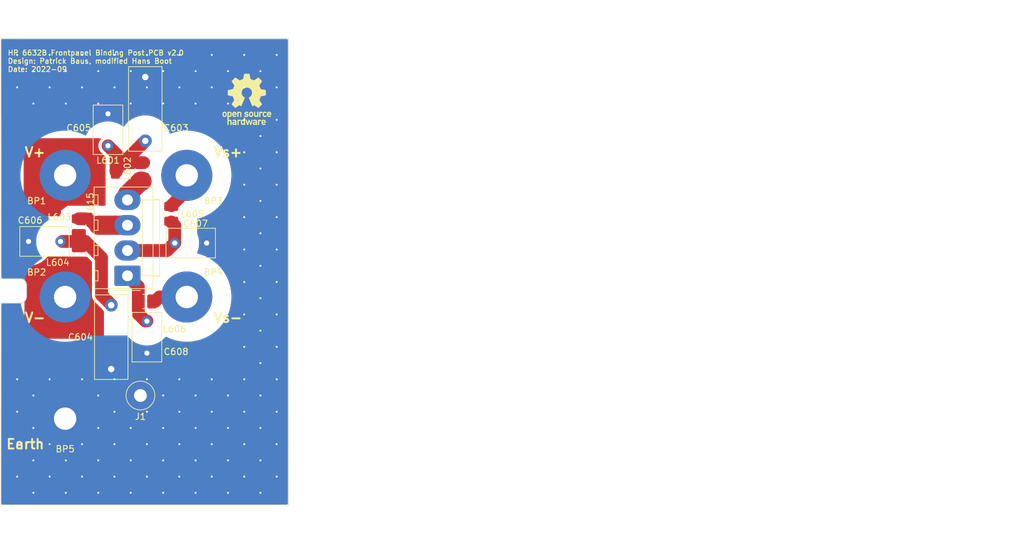
<source format=kicad_pcb>
(kicad_pcb (version 20221018) (generator pcbnew)
  (title_block (title "HP 6632B Front Panel Binding Posts PCB") (date "2022-09") (rev "v2.0") (comment 1 "Copyright (©) 2020, Patrick Baus <patrick.baus@physik.tu-darmstadt.de>") (comment 2 "Licensed under CERN OHL v.1.2"))
  (layers (0 "F.Cu" signal) (31 "B.Cu" signal) (34 "B.Paste" user) (35 "F.Paste" user) (36 "B.SilkS" user "B.Silkscreen") (37 "F.SilkS" user "F.Silkscreen") (38 "B.Mask" user) (39 "F.Mask" user) (44 "Edge.Cuts" user))
  (net 0 "")
  (net 1 "Earth")
  (net 2 "Net-(C603-Pad1)")
  (net 3 "Net-(C604-Pad2)")
  (net 4 "/V+")
  (net 5 "/V-")
  (net 6 "/V+_sense")
  (net 7 "/V-_sense")
  (net 8 "Net-(J615-Pin_2)")
  (net 9 "Net-(J615-Pin_1)")
  (net 10 "Net-(J615-Pin_3)")
  (net 11 "Net-(J615-Pin_4)")
  (footprint "Capacitor_THT:C_Rect_L13.0mm_W5.0mm_P10.00mm_FKS3_FKP3_MKS4" (layer "F.Cu") (at 102.272 101.736 90)
    (fp_text reference "C604" (at 5 -4.826 180) (layer "F.SilkS"))
    (fp_text value "4.7n 250V")
    (pad "1" thru_hole circle (at 0 0 90) (size 2 2) (drill 1) (layers "*.Cu" "*.Mask") (net 1 "Earth"))
    (pad "2" thru_hole circle (at 10 0 90) (size 2 2) (drill 1) (layers "*.Cu" "*.Mask") (net 3 "Net-(C604-Pad2)"))
  )
  (footprint "Capacitor_THT:C_Disc_D7.5mm_W4.4mm_P5.00mm" (layer "F.Cu") (at 101.764 66.764 90)
    (fp_text reference "C605" (at 2.794 -4.572 180) (layer "F.SilkS"))
    (fp_text value "220p 1kV")
    (pad "1" thru_hole circle (at 0 0 90) (size 1.6 1.6) (drill 0.8) (layers "*.Cu" "*.Mask") (net 2 "Net-(C603-Pad1)"))
    (pad "2" thru_hole circle (at 5 0 90) (size 1.6 1.6) (drill 0.8) (layers "*.Cu" "*.Mask") (net 1 "Earth"))
  )
  (footprint "Inductor_SMD:L_1008_2520Metric_Pad1.43x2.20mm_HandSolder" (layer "F.Cu") (at 101.764 70.828 180)
    (fp_text reference "L601" (at 0 1.778) (layer "F.SilkS"))
    (fp_text value "150n")
    (pad "1" smd roundrect (at -1.1625 0 180) (size 1.425 2.2) (layers "F.Cu" "F.Paste" "F.Mask") (roundrect_rratio 0.1754392982) (net 2 "Net-(C603-Pad1)"))
    (pad "2" smd roundrect (at 1.1625 0 180) (size 1.425 2.2) (layers "F.Cu" "F.Paste" "F.Mask") (roundrect_rratio 0.1754392982) (net 4 "/V+"))
  )
  (footprint "Inductor_SMD:L_1008_2520Metric_Pad1.43x2.20mm_HandSolder" (layer "F.Cu") (at 97.192 79.3565 -90)
    (fp_text reference "L603" (at -1.4165 3.048 180) (layer "F.SilkS"))
    (fp_text value "150n")
    (pad "1" smd roundrect (at -1.1625 0 270) (size 1.425 2.2) (layers "F.Cu" "F.Paste" "F.Mask") (roundrect_rratio 0.1754392982) (net 10 "Net-(J615-Pin_3)"))
    (pad "2" smd roundrect (at 1.1625 0 270) (size 1.425 2.2) (layers "F.Cu" "F.Paste" "F.Mask") (roundrect_rratio 0.1754392982) (net 3 "Net-(C604-Pad2)"))
  )
  (footprint "Symbol:OSHW-Logo_7.5x8mm_SilkScreen" (layer "F.Cu") (at 123.5 59.5)
    (fp_text reference "LOGO1" hide)
    (fp_text value "Logo_Open_Hardware_Small" hide)
  )
  (footprint "MountingHole:MountingHole_3.5mm_Pad" (layer "F.Cu") (at 95.05 71.4 180)
    (fp_text reference "BP1" (at 4.462 -4 180) (layer "F.SilkS"))
    (fp_text value "Conn_01x01")
    (pad "1" thru_hole circle (at 0 0 180) (size 8 8) (drill 3.5) (layers "*.Cu" "*.Mask") (net 4 "/V+"))
  )
  (footprint "Inductor_SMD:L_1008_2520Metric_Pad1.43x2.20mm_HandSolder" (layer "F.Cu") (at 107.4595 91.148)
    (fp_text reference "L606" (at 4.7185 4.318) (layer "F.SilkS"))
    (fp_text value "150n")
    (pad "1" smd roundrect (at -1.1625 0) (size 1.425 2.2) (layers "F.Cu" "F.Paste" "F.Mask") (roundrect_rratio 0.1754392982) (net 9 "Net-(J615-Pin_1)"))
    (pad "2" smd roundrect (at 1.1625 0) (size 1.425 2.2) (layers "F.Cu" "F.Paste" "F.Mask") (roundrect_rratio 0.1754392982) (net 7 "/V-_sense"))
  )
  (footprint "Capacitor_THT:C_Disc_D7.5mm_W4.4mm_P5.00mm" (layer "F.Cu") (at 112.218 82.004)
    (fp_text reference "C607" (at 3.262 -3.048) (layer "F.SilkS"))
    (fp_text value "220p 1kV")
    (pad "1" thru_hole circle (at 0 0) (size 1.6 1.6) (drill 0.8) (layers "*.Cu" "*.Mask") (net 8 "Net-(J615-Pin_2)"))
    (pad "2" thru_hole circle (at 5 0) (size 1.6 1.6) (drill 0.8) (layers "*.Cu" "*.Mask") (net 1 "Earth"))
  )
  (footprint "Capacitor_THT:C_Disc_D7.5mm_W4.4mm_P5.00mm" (layer "F.Cu") (at 107.86 99.236 90)
    (fp_text reference "C608" (at 0.214 4.572 180) (layer "F.SilkS"))
    (fp_text value "220p 1kV")
    (pad "1" thru_hole circle (at 0 0 90) (size 1.6 1.6) (drill 0.8) (layers "*.Cu" "*.Mask") (net 1 "Earth"))
    (pad "2" thru_hole circle (at 5 0 90) (size 1.6 1.6) (drill 0.8) (layers "*.Cu" "*.Mask") (net 9 "Net-(J615-Pin_1)"))
  )
  (footprint "MountingHole:MountingHole_3.5mm_Pad" (layer "F.Cu") (at 95.05 109.5 180)
    (fp_text reference "BP5" (at 0 -4.762 180) (layer "F.SilkS"))
    (fp_text value "Conn_01x01")
    (pad "1" thru_hole circle (at 0 0 180) (size 8 8) (drill 3.5) (layers "*.Cu" "*.Mask") (net 1 "Earth"))
  )
  (footprint "Inductor_SMD:L_1008_2520Metric_Pad1.43x2.20mm_HandSolder" (layer "F.Cu") (at 107.098 70.574 90)
    (fp_text reference "L602" (at 0.254 -2.286 270) (layer "F.SilkS"))
    (fp_text value "150n")
    (pad "1" smd roundrect (at -1.1625 0 90) (size 1.425 2.2) (layers "F.Cu" "F.Paste" "F.Mask") (roundrect_rratio 0.1754392982) (net 11 "Net-(J615-Pin_4)"))
    (pad "2" smd roundrect (at 1.1625 0 90) (size 1.425 2.2) (layers "F.Cu" "F.Paste" "F.Mask") (roundrect_rratio 0.1754392982) (net 2 "Net-(C603-Pad1)"))
  )
  (footprint "Inductor_SMD:L_1008_2520Metric_Pad1.43x2.20mm_HandSolder" (layer "F.Cu") (at 97.192 83.8895 -90)
    (fp_text reference "L604" (at 1.1625 3.302 180) (layer "F.SilkS"))
    (fp_text value "150n")
    (pad "1" smd roundrect (at -1.1625 0 270) (size 1.425 2.2) (layers "F.Cu" "F.Paste" "F.Mask") (roundrect_rratio 0.1754392982) (net 3 "Net-(C604-Pad2)"))
    (pad "2" smd roundrect (at 1.1625 0 270) (size 1.425 2.2) (layers "F.Cu" "F.Paste" "F.Mask") (roundrect_rratio 0.1754392982) (net 5 "/V-"))
  )
  (footprint "Inductor_SMD:L_1008_2520Metric_Pad1.43x2.20mm_HandSolder" (layer "F.Cu") (at 111.67 77.432 90)
    (fp_text reference "L605" (at 0 3.302 180) (layer "F.SilkS"))
    (fp_text value "150n")
    (pad "1" smd roundrect (at -1.1625 0 90) (size 1.425 2.2) (layers "F.Cu" "F.Paste" "F.Mask") (roundrect_rratio 0.1754392982) (net 8 "Net-(J615-Pin_2)"))
    (pad "2" smd roundrect (at 1.1625 0 90) (size 1.425 2.2) (layers "F.Cu" "F.Paste" "F.Mask") (roundrect_rratio 0.1754392982) (net 6 "/V+_sense"))
  )
  (footprint "Capacitor_THT:C_Rect_L13.0mm_W5.0mm_P10.00mm_FKS3_FKP3_MKS4" (layer "F.Cu") (at 107.606 66.002 90)
    (fp_text reference "C603" (at 2.032 4.826 180) (layer "F.SilkS"))
    (fp_text value "4.7n 250V")
    (pad "1" thru_hole circle (at 0 0 90) (size 2 2) (drill 1) (layers "*.Cu" "*.Mask") (net 2 "Net-(C603-Pad1)"))
    (pad "2" thru_hole circle (at 10 0 90) (size 2 2) (drill 1) (layers "*.Cu" "*.Mask") (net 1 "Earth"))
  )
  (footprint "MountingHole:MountingHole_3.5mm_Pad" (layer "F.Cu") (at 95.05 90.45)
    (fp_text reference "BP2" (at -4.462 -3.874) (layer "F.SilkS"))
    (fp_text value "Conn_01x01")
    (pad "1" thru_hole circle (at 0 0) (size 8 8) (drill 3.5) (layers "*.Cu" "*.Mask") (net 5 "/V-"))
  )
  (footprint "TestPoint:TestPoint_THTPad_D4.0mm_Drill2.0mm" (layer "F.Cu") (at 106.844 105.88 180)
    (fp_text reference "J1" (at 0 -3.302 180) (layer "F.SilkS"))
    (fp_text value "Conn_01x01")
    (pad "1" thru_hole circle (at 0 0 180) (size 4 4) (drill 2) (layers "*.Cu" "*.Mask") (net 1 "Earth"))
  )
  (footprint "Connector_Molex:Molex_KK-396_A-41791-0004_1x04_P3.96mm_Vertical" (layer "F.Cu") (at 104.812 87.13 90)
    (fp_text reference "J615" (at 11.222 -5.842 90) (layer "F.SilkS"))
    (fp_text value "Conn_01x04_Male")
    (pad "1" thru_hole roundrect (at 0 0 90) (size 3.16 4.1) (drill 1.7) (layers "*.Cu" "*.Mask") (roundrect_rratio 0.07911392405) (net 9 "Net-(J615-Pin_1)"))
    (pad "2" thru_hole oval (at 3.96 0 90) (size 3.16 4.1) (drill 1.7) (layers "*.Cu" "*.Mask") (net 8 "Net-(J615-Pin_2)"))
    (pad "3" thru_hole oval (at 7.92 0 90) (size 3.16 4.1) (drill 1.7) (layers "*.Cu" "*.Mask") (net 10 "Net-(J615-Pin_3)"))
    (pad "4" thru_hole oval (at 11.88 0 90) (size 3.16 4.1) (drill 1.7) (layers "*.Cu" "*.Mask") (net 11 "Net-(J615-Pin_4)"))
  )
  (footprint "Capacitor_THT:C_Disc_D7.5mm_W4.4mm_P5.00mm" (layer "F.Cu") (at 89.318 81.75)
    (fp_text reference "C606" (at 0.254 -3.302) (layer "F.SilkS"))
    (fp_text value "220p 1kV")
    (pad "1" thru_hole circle (at 0 0) (size 1.6 1.6) (drill 0.8) (layers "*.Cu" "*.Mask") (net 1 "Earth"))
    (pad "2" thru_hole circle (at 5 0) (size 1.6 1.6) (drill 0.8) (layers "*.Cu" "*.Mask") (net 3 "Net-(C604-Pad2)"))
  )
  (footprint "MountingHole:MountingHole_3.5mm_Pad" (layer "F.Cu") (at 114.1 71.4 180)
    (fp_text reference "BP3" (at -4.174 -4 180) (layer "F.SilkS"))
    (fp_text value "Conn_01x01")
    (pad "1" thru_hole circle (at 0 0 180) (size 8 8) (drill 3.5) (layers "*.Cu" "*.Mask") (net 6 "/V+_sense"))
  )
  (footprint "MountingHole:MountingHole_3.5mm_Pad" (layer "F.Cu") (at 114.1 90.45)
    (fp_text reference "BP4" (at 4.174 -3.874) (layer "F.SilkS"))
    (fp_text value "Conn_01x01")
    (pad "1" thru_hole circle (at 0 0) (size 8 8) (drill 3.5) (layers "*.Cu" "*.Mask") (net 7 "/V-_sense"))
  )
  (gr_line (start 85 123) (end 130 123) (stroke (width 0.1)) (layer "Edge.Cuts"))
  (gr_line (start 85 50) (end 85.024 87.592) (stroke (width 0.1)) (layer "Edge.Cuts"))
  (gr_line (start 89 88.608) (end 89 90.386) (stroke (width 0.1)) (layer "Edge.Cuts"))
  (gr_arc (start 89 90.386) (mid 88.713503 91.087568) (end 88.024 91.402) (stroke (width 0.1)) (layer "Edge.Cuts"))
  (gr_line (start 130 123) (end 130 50) (stroke (width 0.1)) (layer "Edge.Cuts"))
  (gr_line (start 88.024 91.402) (end 85.024 91.402) (stroke (width 0.1)) (layer "Edge.Cuts"))
  (gr_line (start 85.024 91.402) (end 85 123) (stroke (width 0.1)) (layer "Edge.Cuts"))
  (gr_arc (start 88.024 87.592) (mid 88.727232 87.89324) (end 89 88.608) (stroke (width 0.1)) (layer "Edge.Cuts"))
  (gr_line (start 85.024 87.592) (end 88.024 87.592) (stroke (width 0.1)) (layer "Edge.Cuts"))
  (gr_line (start 130 50) (end 85 50) (stroke (width 0.1)) (layer "Edge.Cuts"))
  (gr_text "V-" (at 90.334 93.688) (layer "F.SilkS") (effects (font (size 1.5 1.5) (thickness 0.3))))
  (gr_text "Vs-" (at 120.56 93.688) (layer "F.SilkS") (effects (font (size 1.5 1.5) (thickness 0.3))))
  (gr_text "Earth" (at 88.81 113.5) (layer "F.SilkS") (effects (font (size 1.5 1.5) (thickness 0.3))))
  (gr_text "V+" (at 90.334 67.78) (layer "F.SilkS") (effects (font (size 1.5 1.5) (thickness 0.3))))
  (gr_text "Vs+" (at 120.56 67.78) (layer "F.SilkS") (effects (font (size 1.5 1.5) (thickness 0.3))))
  (gr_text "HP 6632B Frontpanel Binding Post PCB v2.0\nDesign: Patrick Baus, modified Hans Boot\nDate: 2022-09\n" (at 86 53.5) (layer "F.SilkS") (effects (font (size 0.8 0.8)) (justify left)))
  (via (at 97.7 118.58) (size 0.6) (drill 0.3) (layers "F.Cu" "B.Cu") (net 1))
  (via (at 128.18 103.34) (size 0.6) (drill 0.3) (layers "F.Cu" "B.Cu") (net 1))
  (via (at 90.08 116.04) (size 0.6) (drill 0.3) (layers "F.Cu" "B.Cu") (net 1))
  (via (at 123.1 57.62) (size 0.6) (drill 0.3) (layers "F.Cu" "B.Cu") (net 1))
  (via (at 125.64 65.24) (size 0.6) (drill 0.3) (layers "F.Cu" "B.Cu") (net 1))
  (via (at 110.4 60.16) (size 0.6) (drill 0.3) (layers "F.Cu" "B.Cu") (net 1))
  (via (at 90.08 121.12) (size 0.6) (drill 0.3) (layers "F.Cu" "B.Cu") (net 1))
  (via (at 102.78 118.58) (size 0.6) (drill 0.3) (layers "F.Cu" "B.Cu") (net 1))
  (via (at 128.18 77.94) (size 0.6) (drill 0.3) (layers "F.Cu" "B.Cu") (net 1))
  (via (at 105.32 110.96) (size 0.6) (drill 0.3) (layers "F.Cu" "B.Cu") (net 1))
  (via (at 123.1 103.34) (size 0.6) (drill 0.3) (layers "F.Cu" "B.Cu") (net 1))
  (via (at 90.08 110.96) (size 0.6) (drill 0.3) (layers "F.Cu" "B.Cu") (net 1))
  (via (at 118.02 103.34) (size 0.6) (drill 0.3) (layers "F.Cu" "B.Cu") (net 1))
  (via (at 97.7 52.54) (size 0.6) (drill 0.3) (layers "F.Cu" "B.Cu") (net 1))
  (via (at 107.86 103.34) (size 0.6) (drill 0.3) (layers "F.Cu" "B.Cu") (net 1))
  (via (at 123.1 72.86) (size 0.6) (drill 0.3) (layers "F.Cu" "B.Cu") (net 1))
  (via (at 115.48 121.12) (size 0.6) (drill 0.3) (layers "F.Cu" "B.Cu") (net 1))
  (via (at 125.64 95.72) (size 0.6) (drill 0.3) (layers "F.Cu" "B.Cu") (net 1))
  (via (at 120.56 60.16) (size 0.6) (drill 0.3) (layers "F.Cu" "B.Cu") (net 1))
  (via (at 118.02 113.5) (size 0.6) (drill 0.3) (layers "F.Cu" "B.Cu") (net 1))
  (via (at 87.54 108.42) (size 0.6) (drill 0.3) (layers "F.Cu" "B.Cu") (net 1))
  (via (at 123.1 98.26) (size 0.6) (drill 0.3) (layers "F.Cu" "B.Cu") (net 1))
  (via (at 95.16 116.04) (size 0.6) (drill 0.3) (layers "F.Cu" "B.Cu") (net 1))
  (via (at 120.56 105.88) (size 0.6) (drill 0.3) (layers "F.Cu" "B.Cu") (net 1))
  (via (at 110.4 55.08) (size 0.6) (drill 0.3) (layers "F.Cu" "B.Cu") (net 1))
  (via (at 128.18 118.58) (size 0.6) (drill 0.3) (layers "F.Cu" "B.Cu") (net 1))
  (via (at 128.18 67.78) (size 0.6) (drill 0.3) (layers "F.Cu" "B.Cu") (net 1))
  (via (at 102.78 103.34) (size 0.6) (drill 0.3) (layers "F.Cu" "B.Cu") (net 1))
  (via (at 112.94 57.62) (size 0.6) (drill 0.3) (layers "F.Cu" "B.Cu") (net 1))
  (via (at 92.62 103.34) (size 0.6) (drill 0.3) (layers "F.Cu" "B.Cu") (net 1))
  (via (at 128.18 93.18) (size 0.6) (drill 0.3) (layers "F.Cu" "B.Cu") (net 1))
  (via (at 128.18 83.02) (size 0.6) (drill 0.3) (layers "F.Cu" "B.Cu") (net 1))
  (via (at 123.1 67.78) (size 0.6) (drill 0.3) (layers "F.Cu" "B.Cu") (net 1))
  (via (at 105.32 121.12) (size 0.6) (drill 0.3) (layers "F.Cu" "B.Cu") (net 1))
  (via (at 87.54 118.58) (size 0.6) (drill 0.3) (layers "F.Cu" "B.Cu") (net 1))
  (via (at 97.7 57.62) (size 0.6) (drill 0.3) (layers "F.Cu" "B.Cu") (net 1))
  (via (at 100.24 110.96) (size 0.6) (drill 0.3) (layers "F.Cu" "B.Cu") (net 1))
  (via (at 87.54 57.62) (size 0.6) (drill 0.3) (layers "F.Cu" "B.Cu") (net 1))
  (via (at 110.4 105.88) (size 0.6) (drill 0.3) (layers "F.Cu" "B.Cu") (net 1))
  (via (at 120.56 55.08) (size 0.6) (drill 0.3) (layers "F.Cu" "B.Cu") (net 1))
  (via (at 100.24 116.04) (size 0.6) (drill 0.3) (layers "F.Cu" "B.Cu") (net 1))
  (via (at 120.56 110.96) (size 0.6) (drill 0.3) (layers "F.Cu" "B.Cu") (net 1))
  (via (at 125.64 60.16) (size 0.6) (drill 0.3) (layers "F.Cu" "B.Cu") (net 1))
  (via (at 87.54 52.54) (size 0.6) (drill 0.3) (layers "F.Cu" "B.Cu") (net 1))
  (via (at 102.78 52.54) (size 0.6) (drill 0.3) (layers "F.Cu" "B.Cu") (net 1))
  (via (at 128.18 113.5) (size 0.6) (drill 0.3) (layers "F.Cu" "B.Cu") (net 1))
  (via (at 125.64 70.32) (size 0.6) (drill 0.3) (layers "F.Cu" "B.Cu") (net 1))
  (via (at 112.94 118.58) (size 0.6) (drill 0.3) (layers "F.Cu" "B.Cu") (net 1))
  (via (at 107.86 113.5) (size 0.6) (drill 0.3) (layers "F.Cu" "B.Cu") (net 1))
  (via (at 125.64 110.96) (size 0.6) (drill 0.3) (layers "F.Cu" "B.Cu") (net 1))
  (via (at 92.62 113.5) (size 0.6) (drill 0.3) (layers "F.Cu" "B.Cu") (net 1))
  (via (at 125.64 105.88) (size 0.6) (drill 0.3) (layers "F.Cu" "B.Cu") (net 1))
  (via (at 125.64 80.48) (size 0.6) (drill 0.3) (layers "F.Cu" "B.Cu") (net 1))
  (via (at 110.4 110.96) (size 0.6) (drill 0.3) (layers "F.Cu" "B.Cu") (net 1))
  (via (at 128.18 88.1) (size 0.6) (drill 0.3) (layers "F.Cu" "B.Cu") (net 1))
  (via (at 123.1 93.18) (size 0.6) (drill 0.3) (layers "F.Cu" "B.Cu") (net 1))
  (via (at 125.64 116.04) (size 0.6) (drill 0.3) (layers "F.Cu" "B.Cu") (net 1))
  (via (at 92.62 52.54) (size 0.6) (drill 0.3) (layers "F.Cu" "B.Cu") (net 1))
  (via (at 90.08 105.88) (size 0.6) (drill 0.3) (layers "F.Cu" "B.Cu") (net 1))
  (via (at 110.4 121.12) (size 0.6) (drill 0.3) (layers "F.Cu" "B.Cu") (net 1))
  (via (at 107.86 108.42) (size 0.6) (drill 0.3) (layers "F.Cu" "B.Cu") (net 1))
  (via (at 95.16 121.12) (size 0.6) (drill 0.3) (layers "F.Cu" "B.Cu") (net 1))
  (via (at 120.56 116.04) (size 0.6) (drill 0.3) (layers "F.Cu" "B.Cu") (net 1))
  (via (at 102.78 57.62) (size 0.6) (drill 0.3) (layers "F.Cu" "B.Cu") (net 1))
  (via (at 128.18 57.62) (size 0.6) (drill 0.3) (layers "F.Cu" "B.Cu") (net 1))
  (via (at 105.32 116.04) (size 0.6) (drill 0.3) (layers "F.Cu" "B.Cu") (net 1))
  (via (at 123.1 118.58) (size 0.6) (drill 0.3) (layers "F.Cu" "B.Cu") (net 1))
  (via (at 107.86 118.58) (size 0.6) (drill 0.3) (layers "F.Cu" "B.Cu") (net 1))
  (via (at 92.62 57.62) (size 0.6) (drill 0.3) (layers "F.Cu" "B.Cu") (net 1))
  (via (at 128.18 72.86) (size 0.6) (drill 0.3) (layers "F.Cu" "B.Cu") (net 1))
  (via (at 123.1 113.5) (size 0.6) (drill 0.3) (layers "F.Cu" "B.Cu") (net 1))
  (via (at 90.08 60.16) (size 0.6) (drill 0.3) (layers "F.Cu" "B.Cu") (net 1))
  (via (at 118.02 52.54) (size 0.6) (drill 0.3) (layers "F.Cu" "B.Cu") (net 1))
  (via (at 100.24 55.08) (size 0.6) (drill 0.3) (layers "F.Cu" "B.Cu") (net 1))
  (via (at 128.18 98.26) (size 0.6) (drill 0.3) (layers "F.Cu" "B.Cu") (net 1))
  (via (at 110.4 116.04) (size 0.6) (drill 0.3) (layers "F.Cu" "B.Cu") (net 1))
  (via (at 107.86 57.62) (size 0.6) (drill 0.3) (layers "F.Cu" "B.Cu") (net 1))
  (via (at 123.1 52.54) (size 0.6) (drill 0.3) (layers "F.Cu" "B.Cu") (net 1))
  (via (at 123.1 62.7) (size 0.6) (drill 0.3) (layers "F.Cu" "B.Cu") (net 1))
  (via (at 128.18 52.54) (size 0.6) (drill 0.3) (layers "F.Cu" "B.Cu") (net 1))
  (via (at 118.02 118.58) (size 0.6) (drill 0.3) (layers "F.Cu" "B.Cu") (net 1))
  (via (at 95.16 60.16) (size 0.6) (drill 0.3) (layers "F.Cu" "B.Cu") (net 1))
  (via (at 115.48 105.88) (size 0.6) (drill 0.3) (layers "F.Cu" "B.Cu") (net 1))
  (via (at 125.64 90.64) (size 0.6) (drill 0.3) (layers "F.Cu" "B.Cu") (net 1))
  (via (at 115.48 60.16) (size 0.6) (drill 0.3) (layers "F.Cu" "B.Cu") (net 1))
  (via (at 128.18 62.7) (size 0.6) (drill 0.3) (layers "F.Cu" "B.Cu") (net 1))
  (via (at 128.18 108.42) (size 0.6) (drill 0.3) (layers "F.Cu" "B.Cu") (net 1))
  (via (at 107.86 52.54) (size 0.6) (drill 0.3) (layers "F.Cu" "B.Cu") (net 1))
  (via (at 105.32 55.08) (size 0.6) (drill 0.3) (layers "F.Cu" "B.Cu") (net 1))
  (via (at 92.62 118.58) (size 0.6) (drill 0.3) (layers "F.Cu" "B.Cu") (net 1))
  (via (at 100.24 121.12) (size 0.6) (drill 0.3) (layers "F.Cu" "B.Cu") (net 1))
  (via (at 87.54 103.34) (size 0.6) (drill 0.3) (layers "F.Cu" "B.Cu") (net 1))
  (via (at 97.7 103.34) (size 0.6) (drill 0.3) (layers "F.Cu" "B.Cu") (net 1))
  (via (at 125.64 85.56) (size 0.6) (drill 0.3) (layers "F.Cu" "B.Cu") (net 1))
  (via (at 100.24 60.16) (size 0.6) (drill 0.3) (layers "F.Cu" "B.Cu") (net 1))
  (via (at 125.64 100.8) (size 0.6) (drill 0.3) (layers "F.Cu" "B.Cu") (net 1))
  (via (at 123.1 108.42) (size 0.6) (drill 0.3) (layers "F.Cu" "B.Cu") (net 1))
  (via (at 123.1 83.02) (size 0.6) (drill 0.3) (layers "F.Cu" "B.Cu") (net 1))
  (via (at 102.78 113.5) (size 0.6) (drill 0.3) (layers "F.Cu" "B.Cu") (net 1))
  (via (at 115.48 55.08) (size 0.6) (drill 0.3) (layers "F.Cu" "B.Cu") (net 1))
  (via (at 115.48 110.96) (size 0.6) (drill 0.3) (layers "F.Cu" "B.Cu") (net 1))
  (via (at 125.64 121.12) (size 0.6) (drill 0.3) (layers "F.Cu" "B.Cu") (net 1))
  (via (at 112.94 52.54) (size 0.6) (drill 0.3) (layers "F.Cu" "B.Cu") (net 1))
  (via (at 105.32 60.16) (size 0.6) (drill 0.3) (layers "F.Cu" "B.Cu") (net 1))
  (via (at 115.48 116.04) (size 0.6) (drill 0.3) (layers "F.Cu" "B.Cu") (net 1))
  (via (at 120.56 121.12) (size 0.6) (drill 0.3) (layers "F.Cu" "B.Cu") (net 1))
  (via (at 123.1 77.94) (size 0.6) (drill 0.3) (layers "F.Cu" "B.Cu") (net 1))
  (via (at 102.78 108.42) (size 0.6) (drill 0.3) (layers "F.Cu" "B.Cu") (net 1))
  (via (at 112.94 108.42) (size 0.6) (drill 0.3) (layers "F.Cu" "B.Cu") (net 1))
  (via (at 97.7 113.5) (size 0.6) (drill 0.3) (layers "F.Cu" "B.Cu") (net 1))
  (via (at 118.02 57.62) (size 0.6) (drill 0.3) (layers "F.Cu" "B.Cu") (net 1))
  (via (at 95.16 55.08) (size 0.6) (drill 0.3) (layers "F.Cu" "B.Cu") (net 1))
  (via (at 125.64 55.08) (size 0.6) (drill 0.3) (layers "F.Cu" "B.Cu") (net 1))
  (via (at 87.54 113.5) (size 0.6) (drill 0.3) (layers "F.Cu" "B.Cu") (net 1))
  (via (at 118.02 108.42) (size 0.6) (drill 0.3) (layers "F.Cu" "B.Cu") (net 1))
  (via (at 100.24 105.88) (size 0.6) (drill 0.3) (layers "F.Cu" "B.Cu") (net 1))
  (via (at 123.1 88.1) (size 0.6) (drill 0.3) (layers "F.Cu" "B.Cu") (net 1))
  (via (at 125.64 75.4) (size 0.6) (drill 0.3) (layers "F.Cu" "B.Cu") (net 1))
  (via (at 112.94 103.34) (size 0.6) (drill 0.3) (layers "F.Cu" "B.Cu") (net 1))
  (via (at 90.08 55.08) (size 0.6) (drill 0.3) (layers "F.Cu" "B.Cu") (net 1))
  (via (at 112.94 113.5) (size 0.6) (drill 0.3) (layers "F.Cu" "B.Cu") (net 1))
  (segment (start 101.764 66.764) (end 103.034 68.034) (width 2) (layer "F.Cu") (net 2))
  (segment (start 104.4115 69.4115) (end 107.352 69.4115) (width 2) (layer "F.Cu") (net 2))
  (segment (start 103.034 68.034) (end 103.034 70.828) (width 2) (layer "F.Cu") (net 2))
  (segment (start 103.034 68.034) (end 104.4115 69.4115) (width 2) (layer "F.Cu") (net 2))
  (segment (start 103.034 70.574) (end 103.034 70.828) (width 2) (layer "F.Cu") (net 2))
  (segment (start 107.606 66.002) (end 103.034 70.574) (width 2) (layer "F.Cu") (net 2))
  (segment (start 98.208 81.75) (end 100.748 84.29) (width 2) (layer "F.Cu") (net 3))
  (segment (start 94.612 81.75) (end 98.208 81.75) (width 2) (layer "F.Cu") (net 3))
  (segment (start 100.748 90.132) (end 102.272 91.656) (width 2) (layer "F.Cu") (net 3))
  (segment (start 100.748 84.29) (end 100.748 90.132) (width 2) (layer "F.Cu") (net 3))
  (segment (start 114.1 71.4) (end 114.1 73.732) (width 2) (layer "F.Cu") (net 6))
  (segment (start 114.1 73.732) (end 111.67 76.162) (width 2) (layer "F.Cu") (net 6))
  (segment (start 114.1 71.4) (end 114.1 73.986) (width 2) (layer "F.Cu") (net 6))
  (segment (start 109.13 91.148) (end 108.9095 91.148) (width 2) (layer "F.Cu") (net 7))
  (segment (start 114.1 90.45) (end 109.828 90.45) (width 2) (layer "F.Cu") (net 7))
  (segment (start 109.828 90.45) (end 109.13 91.148) (width 2) (layer "F.Cu") (net 7))
  (segment (start 112.218 82.004) (end 112.218 79.25) (width 2) (layer "F.Cu") (net 8))
  (segment (start 111.012 83.17) (end 112.178 82.004) (width 2) (layer "F.Cu") (net 8))
  (segment (start 104.812 83.17) (end 111.012 83.17) (width 2) (layer "F.Cu") (net 8))
  (segment (start 112.218 79.25) (end 111.67 78.702) (width 2) (layer "F.Cu") (net 8))
  (segment (start 107.606 94.196) (end 107.86 94.196) (width 2) (layer "F.Cu") (net 9))
  (segment (start 106.5095 88.8275) (end 106.5095 93.0995) (width 2) (layer "F.Cu") (net 9))
  (segment (start 106.5095 93.0995) (end 107.606 94.196) (width 2) (layer "F.Cu") (net 9))
  (segment (start 104.812 87.13) (end 106.5095 88.8275) (width 2) (layer "F.Cu") (net 9))
  (segment (start 98.716 78.194) (end 99.986 79.464) (width 2) (layer "F.Cu") (net 10))
  (segment (start 104.812 79.21) (end 100.277499 79.21) (width 3) (layer "F.Cu") (net 10))
  (segment (start 97.192 78.194) (end 98.716 78.194) (width 2) (layer "F.Cu") (net 10))
  (segment (start 106.8845 72.3115) (end 107.098 72.3115) (width 3) (layer "F.Cu") (net 11))
  (segment (start 104.812 75.25) (end 104.812 74.384) (width 3) (layer "F.Cu") (net 11))
  (segment (start 104.812 74.384) (end 106.8845 72.3115) (width 3) (layer "F.Cu") (net 11))
  (zone (net 1) (net_name "Earth") (layer "F.Cu") (priority 2) (connect_pads yes (clearance 0.5)) (min_thickness 0.25) (fill yes (thermal_gap 0.25) (thermal_bridge_width 0.5) (smoothing chamfer) (radius 0.25))
    (polygon (pts (xy 85 100.165) (xy 120.814 100.165) (xy 120.814 62.573) (xy 85 62.573) (xy 85 50) (xy 129.958 50) (xy 129.958 123) (xy 84.996 123)))
  )
  (zone (net 0) (net_name "") (layer "F.Cu") (connect_pads (clearance 0)) (min_thickness 0.254)
    (keepout (tracks not_allowed) (vias not_allowed) (pads not_allowed) (copperpour not_allowed) (footprints allowed))
    (fill (thermal_gap 0.508) (thermal_bridge_width 0.508))
    (polygon (pts (xy 101.51 77.178) (xy 96.176 77.178) (xy 95.668 77.432) (xy 95.414 77.94) (xy 94.398 77.94) (xy 94.398 76.924) (xy 95.414 76.162) (xy 101.51 76.162)))
  )
  (zone (net 5) (net_name "/V-") (layer "F.Cu") (connect_pads yes (clearance 0.5)) (min_thickness 0.254) (fill yes (thermal_gap 0.508) (thermal_bridge_width 0.508))
    (polygon (pts (xy 101.129 96.99) (xy 88.683 96.99) (xy 88.683 84.036) (xy 101.129 84.163)))
  )
  (zone (net 0) (net_name "") (layer "F.Cu") (connect_pads (clearance 0)) (min_thickness 0.254)
    (keepout (tracks not_allowed) (vias not_allowed) (pads not_allowed) (copperpour not_allowed) (footprints allowed))
    (fill (thermal_gap 0.508) (thermal_bridge_width 0.508))
    (polygon (pts (xy 109.638 73.876) (xy 108.622 73.876) (xy 108.622 66.002) (xy 109.638 66.002)))
  )
  (zone (net 4) (net_name "/V+") (layer "F.Cu") (connect_pads yes (clearance 0.5)) (min_thickness 0.254) (fill yes (thermal_gap 0.508) (thermal_bridge_width 0.508))
    (polygon (pts (xy 101.383 77.813) (xy 88.556 77.813) (xy 88.556 64.986) (xy 101.383 64.986)))
  )
  (zone (net 1) (net_name "Earth") (layer "B.Cu") (priority 2) (connect_pads yes (clearance 0.25)) (min_thickness 0.25) (fill yes (thermal_gap 0.25) (thermal_bridge_width 0.5) (smoothing chamfer) (radius 0.25))
    (polygon (pts (xy 85 50) (xy 130 50) (xy 130 123) (xy 85 123)))
  )
  (zone (net 0) (net_name "") (layer "B.Cu") (connect_pads (clearance 0)) (min_thickness 0.254)
    (keepout (tracks allowed) (vias allowed) (pads allowed) (copperpour not_allowed) (footprints allowed))
    (fill (thermal_gap 0.508) (thermal_bridge_width 0.508))
    (polygon (pts (xy 115.734 96.482) (xy 92.62 96.482) (xy 92.62 65.494) (xy 115.734 65.494)))
  )
)
</source>
